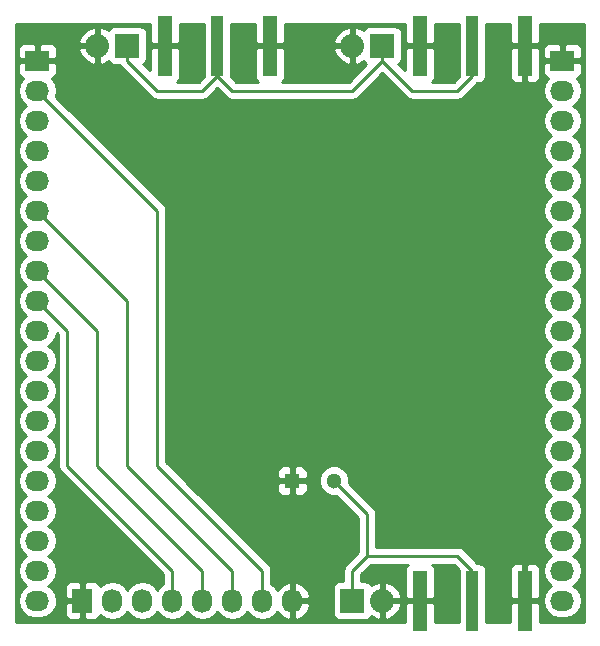
<source format=gbr>
G04 #@! TF.FileFunction,Copper,L1,Top,Signal*
%FSLAX46Y46*%
G04 Gerber Fmt 4.6, Leading zero omitted, Abs format (unit mm)*
G04 Created by KiCad (PCBNEW 4.0.3+e1-6302~38~ubuntu16.04.1-stable) date Fri Aug 26 17:17:46 2016*
%MOMM*%
%LPD*%
G01*
G04 APERTURE LIST*
%ADD10C,0.100000*%
%ADD11R,2.032000X1.727200*%
%ADD12O,2.032000X1.727200*%
%ADD13R,2.032000X2.032000*%
%ADD14O,2.032000X2.032000*%
%ADD15R,1.727200X2.032000*%
%ADD16O,1.727200X2.032000*%
%ADD17R,1.270000X5.080000*%
%ADD18R,1.016000X5.080000*%
%ADD19C,1.300000*%
%ADD20R,1.300000X1.300000*%
%ADD21C,0.250000*%
%ADD22C,0.254000*%
G04 APERTURE END LIST*
D10*
D11*
X60960000Y-88900000D03*
D12*
X60960000Y-91440000D03*
X60960000Y-93980000D03*
X60960000Y-96520000D03*
X60960000Y-99060000D03*
X60960000Y-101600000D03*
X60960000Y-104140000D03*
X60960000Y-106680000D03*
X60960000Y-109220000D03*
X60960000Y-111760000D03*
X60960000Y-114300000D03*
X60960000Y-116840000D03*
X60960000Y-119380000D03*
X60960000Y-121920000D03*
X60960000Y-124460000D03*
X60960000Y-127000000D03*
X60960000Y-129540000D03*
X60960000Y-132080000D03*
X60960000Y-134620000D03*
D13*
X87630000Y-134620000D03*
D14*
X90170000Y-134620000D03*
D15*
X64770000Y-134620000D03*
D16*
X67310000Y-134620000D03*
X69850000Y-134620000D03*
X72390000Y-134620000D03*
X74930000Y-134620000D03*
X77470000Y-134620000D03*
X80010000Y-134620000D03*
X82550000Y-134620000D03*
D17*
X93345000Y-134620000D03*
X102235000Y-134620000D03*
D18*
X97790000Y-134620000D03*
D13*
X68580000Y-87630000D03*
D14*
X66040000Y-87630000D03*
D13*
X90170000Y-87630000D03*
D14*
X87630000Y-87630000D03*
D17*
X102235000Y-87630000D03*
X93345000Y-87630000D03*
D18*
X97790000Y-87630000D03*
D17*
X80645000Y-87630000D03*
X71755000Y-87630000D03*
D18*
X76200000Y-87630000D03*
D11*
X105410000Y-88900000D03*
D12*
X105410000Y-91440000D03*
X105410000Y-93980000D03*
X105410000Y-96520000D03*
X105410000Y-99060000D03*
X105410000Y-101600000D03*
X105410000Y-104140000D03*
X105410000Y-106680000D03*
X105410000Y-109220000D03*
X105410000Y-111760000D03*
X105410000Y-114300000D03*
X105410000Y-116840000D03*
X105410000Y-119380000D03*
X105410000Y-121920000D03*
X105410000Y-124460000D03*
X105410000Y-127000000D03*
X105410000Y-129540000D03*
X105410000Y-132080000D03*
X105410000Y-134620000D03*
D19*
X86050000Y-124460000D03*
D20*
X82550000Y-124460000D03*
D21*
X60960000Y-91440000D02*
X71120000Y-101600000D01*
X71120000Y-101600000D02*
X71120000Y-123190000D01*
X71120000Y-123190000D02*
X80010000Y-132080000D01*
X60960000Y-101600000D02*
X68580000Y-109220000D01*
X68580000Y-109220000D02*
X68580000Y-123190000D01*
X68580000Y-123190000D02*
X77470000Y-132080000D01*
X60960000Y-106680000D02*
X64770000Y-110490000D01*
X64770000Y-110490000D02*
X66040000Y-111760000D01*
X72390000Y-132080000D02*
X72390000Y-134620000D01*
X63500000Y-123190000D02*
X72390000Y-132080000D01*
X66040000Y-111760000D02*
X66040000Y-123190000D01*
X63500000Y-111760000D02*
X63500000Y-123190000D01*
X74930000Y-132080000D02*
X74930000Y-134620000D01*
X66040000Y-123190000D02*
X74930000Y-132080000D01*
X60960000Y-109220000D02*
X63500000Y-111760000D01*
X88900000Y-130810000D02*
X88900000Y-127310000D01*
X88900000Y-127310000D02*
X86050000Y-124460000D01*
X77470000Y-132080000D02*
X77470000Y-134620000D01*
X87630000Y-134620000D02*
X87630000Y-132080000D01*
X96520000Y-130810000D02*
X97790000Y-132080000D01*
X88900000Y-130810000D02*
X96520000Y-130810000D01*
X87630000Y-132080000D02*
X88900000Y-130810000D01*
X97790000Y-132080000D02*
X97790000Y-134620000D01*
X80010000Y-132080000D02*
X80010000Y-134620000D01*
X96520000Y-91440000D02*
X97790000Y-90170000D01*
X92710000Y-91440000D02*
X96520000Y-91440000D01*
X76200000Y-90170000D02*
X77470000Y-91440000D01*
X77470000Y-91440000D02*
X87630000Y-91440000D01*
X71120000Y-91440000D02*
X74930000Y-91440000D01*
X74930000Y-91440000D02*
X76200000Y-90170000D01*
X90170000Y-87630000D02*
X90170000Y-88900000D01*
X90170000Y-88900000D02*
X92710000Y-91440000D01*
X97790000Y-90170000D02*
X97790000Y-87630000D01*
X76200000Y-87630000D02*
X76200000Y-90170000D01*
X87630000Y-91440000D02*
X90170000Y-88900000D01*
X68580000Y-87630000D02*
X68580000Y-88900000D01*
X68580000Y-88900000D02*
X71120000Y-91440000D01*
D22*
G36*
X70485000Y-87344250D02*
X70643750Y-87503000D01*
X71628000Y-87503000D01*
X71628000Y-87483000D01*
X71882000Y-87483000D01*
X71882000Y-87503000D01*
X72866250Y-87503000D01*
X73025000Y-87344250D01*
X73025000Y-85800000D01*
X75044560Y-85800000D01*
X75044560Y-90170000D01*
X75057330Y-90237868D01*
X74615198Y-90680000D01*
X72778025Y-90680000D01*
X72928327Y-90529699D01*
X73025000Y-90296310D01*
X73025000Y-87915750D01*
X72866250Y-87757000D01*
X71882000Y-87757000D01*
X71882000Y-87777000D01*
X71628000Y-87777000D01*
X71628000Y-87757000D01*
X70643750Y-87757000D01*
X70485000Y-87915750D01*
X70485000Y-89730198D01*
X69936366Y-89181564D01*
X70047441Y-89110090D01*
X70192431Y-88897890D01*
X70243440Y-88646000D01*
X70243440Y-86614000D01*
X70199162Y-86378683D01*
X70060090Y-86162559D01*
X69847890Y-86017569D01*
X69596000Y-85966560D01*
X67564000Y-85966560D01*
X67328683Y-86010838D01*
X67112559Y-86149910D01*
X67012144Y-86296872D01*
X67008379Y-86292812D01*
X66422946Y-86024017D01*
X66167000Y-86142633D01*
X66167000Y-87503000D01*
X66187000Y-87503000D01*
X66187000Y-87757000D01*
X66167000Y-87757000D01*
X66167000Y-89117367D01*
X66422946Y-89235983D01*
X67008379Y-88967188D01*
X67012934Y-88962276D01*
X67099910Y-89097441D01*
X67312110Y-89242431D01*
X67564000Y-89293440D01*
X67946408Y-89293440D01*
X68042599Y-89437401D01*
X70582599Y-91977401D01*
X70829160Y-92142148D01*
X70877414Y-92151746D01*
X71120000Y-92200000D01*
X74930000Y-92200000D01*
X75220839Y-92142148D01*
X75467401Y-91977401D01*
X76200000Y-91244802D01*
X76932599Y-91977401D01*
X77179160Y-92142148D01*
X77470000Y-92200000D01*
X87630000Y-92200000D01*
X87920839Y-92142148D01*
X88167401Y-91977401D01*
X90170000Y-89974802D01*
X92172599Y-91977401D01*
X92419160Y-92142148D01*
X92467414Y-92151746D01*
X92710000Y-92200000D01*
X96520000Y-92200000D01*
X96810839Y-92142148D01*
X97057401Y-91977401D01*
X97594802Y-91440000D01*
X103726655Y-91440000D01*
X103840729Y-92013489D01*
X104165585Y-92499670D01*
X104480366Y-92710000D01*
X104165585Y-92920330D01*
X103840729Y-93406511D01*
X103726655Y-93980000D01*
X103840729Y-94553489D01*
X104165585Y-95039670D01*
X104480366Y-95250000D01*
X104165585Y-95460330D01*
X103840729Y-95946511D01*
X103726655Y-96520000D01*
X103840729Y-97093489D01*
X104165585Y-97579670D01*
X104480366Y-97790000D01*
X104165585Y-98000330D01*
X103840729Y-98486511D01*
X103726655Y-99060000D01*
X103840729Y-99633489D01*
X104165585Y-100119670D01*
X104480366Y-100330000D01*
X104165585Y-100540330D01*
X103840729Y-101026511D01*
X103726655Y-101600000D01*
X103840729Y-102173489D01*
X104165585Y-102659670D01*
X104480366Y-102870000D01*
X104165585Y-103080330D01*
X103840729Y-103566511D01*
X103726655Y-104140000D01*
X103840729Y-104713489D01*
X104165585Y-105199670D01*
X104480366Y-105410000D01*
X104165585Y-105620330D01*
X103840729Y-106106511D01*
X103726655Y-106680000D01*
X103840729Y-107253489D01*
X104165585Y-107739670D01*
X104480366Y-107950000D01*
X104165585Y-108160330D01*
X103840729Y-108646511D01*
X103726655Y-109220000D01*
X103840729Y-109793489D01*
X104165585Y-110279670D01*
X104480366Y-110490000D01*
X104165585Y-110700330D01*
X103840729Y-111186511D01*
X103726655Y-111760000D01*
X103840729Y-112333489D01*
X104165585Y-112819670D01*
X104480366Y-113030000D01*
X104165585Y-113240330D01*
X103840729Y-113726511D01*
X103726655Y-114300000D01*
X103840729Y-114873489D01*
X104165585Y-115359670D01*
X104480366Y-115570000D01*
X104165585Y-115780330D01*
X103840729Y-116266511D01*
X103726655Y-116840000D01*
X103840729Y-117413489D01*
X104165585Y-117899670D01*
X104480366Y-118110000D01*
X104165585Y-118320330D01*
X103840729Y-118806511D01*
X103726655Y-119380000D01*
X103840729Y-119953489D01*
X104165585Y-120439670D01*
X104480366Y-120650000D01*
X104165585Y-120860330D01*
X103840729Y-121346511D01*
X103726655Y-121920000D01*
X103840729Y-122493489D01*
X104165585Y-122979670D01*
X104480366Y-123190000D01*
X104165585Y-123400330D01*
X103840729Y-123886511D01*
X103726655Y-124460000D01*
X103840729Y-125033489D01*
X104165585Y-125519670D01*
X104480366Y-125730000D01*
X104165585Y-125940330D01*
X103840729Y-126426511D01*
X103726655Y-127000000D01*
X103840729Y-127573489D01*
X104165585Y-128059670D01*
X104480366Y-128270000D01*
X104165585Y-128480330D01*
X103840729Y-128966511D01*
X103726655Y-129540000D01*
X103840729Y-130113489D01*
X104165585Y-130599670D01*
X104480366Y-130810000D01*
X104165585Y-131020330D01*
X103840729Y-131506511D01*
X103726655Y-132080000D01*
X103840729Y-132653489D01*
X104165585Y-133139670D01*
X104480366Y-133350000D01*
X104165585Y-133560330D01*
X103840729Y-134046511D01*
X103726655Y-134620000D01*
X103840729Y-135193489D01*
X104165585Y-135679670D01*
X104651766Y-136004526D01*
X105225255Y-136118600D01*
X105594745Y-136118600D01*
X106168234Y-136004526D01*
X106654415Y-135679670D01*
X106979271Y-135193489D01*
X107093345Y-134620000D01*
X106979271Y-134046511D01*
X106654415Y-133560330D01*
X106339634Y-133350000D01*
X106654415Y-133139670D01*
X106979271Y-132653489D01*
X107093345Y-132080000D01*
X106979271Y-131506511D01*
X106654415Y-131020330D01*
X106339634Y-130810000D01*
X106654415Y-130599670D01*
X106979271Y-130113489D01*
X107093345Y-129540000D01*
X106979271Y-128966511D01*
X106654415Y-128480330D01*
X106339634Y-128270000D01*
X106654415Y-128059670D01*
X106979271Y-127573489D01*
X107093345Y-127000000D01*
X106979271Y-126426511D01*
X106654415Y-125940330D01*
X106339634Y-125730000D01*
X106654415Y-125519670D01*
X106979271Y-125033489D01*
X107093345Y-124460000D01*
X106979271Y-123886511D01*
X106654415Y-123400330D01*
X106339634Y-123190000D01*
X106654415Y-122979670D01*
X106979271Y-122493489D01*
X107093345Y-121920000D01*
X106979271Y-121346511D01*
X106654415Y-120860330D01*
X106339634Y-120650000D01*
X106654415Y-120439670D01*
X106979271Y-119953489D01*
X107093345Y-119380000D01*
X106979271Y-118806511D01*
X106654415Y-118320330D01*
X106339634Y-118110000D01*
X106654415Y-117899670D01*
X106979271Y-117413489D01*
X107093345Y-116840000D01*
X106979271Y-116266511D01*
X106654415Y-115780330D01*
X106339634Y-115570000D01*
X106654415Y-115359670D01*
X106979271Y-114873489D01*
X107093345Y-114300000D01*
X106979271Y-113726511D01*
X106654415Y-113240330D01*
X106339634Y-113030000D01*
X106654415Y-112819670D01*
X106979271Y-112333489D01*
X107093345Y-111760000D01*
X106979271Y-111186511D01*
X106654415Y-110700330D01*
X106339634Y-110490000D01*
X106654415Y-110279670D01*
X106979271Y-109793489D01*
X107093345Y-109220000D01*
X106979271Y-108646511D01*
X106654415Y-108160330D01*
X106339634Y-107950000D01*
X106654415Y-107739670D01*
X106979271Y-107253489D01*
X107093345Y-106680000D01*
X106979271Y-106106511D01*
X106654415Y-105620330D01*
X106339634Y-105410000D01*
X106654415Y-105199670D01*
X106979271Y-104713489D01*
X107093345Y-104140000D01*
X106979271Y-103566511D01*
X106654415Y-103080330D01*
X106339634Y-102870000D01*
X106654415Y-102659670D01*
X106979271Y-102173489D01*
X107093345Y-101600000D01*
X106979271Y-101026511D01*
X106654415Y-100540330D01*
X106339634Y-100330000D01*
X106654415Y-100119670D01*
X106979271Y-99633489D01*
X107093345Y-99060000D01*
X106979271Y-98486511D01*
X106654415Y-98000330D01*
X106339634Y-97790000D01*
X106654415Y-97579670D01*
X106979271Y-97093489D01*
X107093345Y-96520000D01*
X106979271Y-95946511D01*
X106654415Y-95460330D01*
X106339634Y-95250000D01*
X106654415Y-95039670D01*
X106979271Y-94553489D01*
X107093345Y-93980000D01*
X106979271Y-93406511D01*
X106654415Y-92920330D01*
X106339634Y-92710000D01*
X106654415Y-92499670D01*
X106979271Y-92013489D01*
X107093345Y-91440000D01*
X106979271Y-90866511D01*
X106654415Y-90380330D01*
X106632220Y-90365500D01*
X106785699Y-90301927D01*
X106964327Y-90123298D01*
X107061000Y-89889909D01*
X107061000Y-89185750D01*
X106902250Y-89027000D01*
X105537000Y-89027000D01*
X105537000Y-89047000D01*
X105283000Y-89047000D01*
X105283000Y-89027000D01*
X103917750Y-89027000D01*
X103759000Y-89185750D01*
X103759000Y-89889909D01*
X103855673Y-90123298D01*
X104034301Y-90301927D01*
X104187780Y-90365500D01*
X104165585Y-90380330D01*
X103840729Y-90866511D01*
X103726655Y-91440000D01*
X97594802Y-91440000D01*
X98217362Y-90817440D01*
X98298000Y-90817440D01*
X98533317Y-90773162D01*
X98749441Y-90634090D01*
X98894431Y-90421890D01*
X98945440Y-90170000D01*
X98945440Y-87915750D01*
X100965000Y-87915750D01*
X100965000Y-90296310D01*
X101061673Y-90529699D01*
X101240302Y-90708327D01*
X101473691Y-90805000D01*
X101949250Y-90805000D01*
X102108000Y-90646250D01*
X102108000Y-87757000D01*
X102362000Y-87757000D01*
X102362000Y-90646250D01*
X102520750Y-90805000D01*
X102996309Y-90805000D01*
X103229698Y-90708327D01*
X103408327Y-90529699D01*
X103505000Y-90296310D01*
X103505000Y-87915750D01*
X103499341Y-87910091D01*
X103759000Y-87910091D01*
X103759000Y-88614250D01*
X103917750Y-88773000D01*
X105283000Y-88773000D01*
X105283000Y-87560150D01*
X105537000Y-87560150D01*
X105537000Y-88773000D01*
X106902250Y-88773000D01*
X107061000Y-88614250D01*
X107061000Y-87910091D01*
X106964327Y-87676702D01*
X106785699Y-87498073D01*
X106552310Y-87401400D01*
X105695750Y-87401400D01*
X105537000Y-87560150D01*
X105283000Y-87560150D01*
X105124250Y-87401400D01*
X104267690Y-87401400D01*
X104034301Y-87498073D01*
X103855673Y-87676702D01*
X103759000Y-87910091D01*
X103499341Y-87910091D01*
X103346250Y-87757000D01*
X102362000Y-87757000D01*
X102108000Y-87757000D01*
X101123750Y-87757000D01*
X100965000Y-87915750D01*
X98945440Y-87915750D01*
X98945440Y-85800000D01*
X100965000Y-85800000D01*
X100965000Y-87344250D01*
X101123750Y-87503000D01*
X102108000Y-87503000D01*
X102108000Y-87483000D01*
X102362000Y-87483000D01*
X102362000Y-87503000D01*
X103346250Y-87503000D01*
X103505000Y-87344250D01*
X103505000Y-85800000D01*
X107240000Y-85800000D01*
X107240000Y-136450000D01*
X103505000Y-136450000D01*
X103505000Y-134905750D01*
X103346250Y-134747000D01*
X102362000Y-134747000D01*
X102362000Y-134767000D01*
X102108000Y-134767000D01*
X102108000Y-134747000D01*
X101123750Y-134747000D01*
X100965000Y-134905750D01*
X100965000Y-136450000D01*
X98945440Y-136450000D01*
X98945440Y-132080000D01*
X98921674Y-131953690D01*
X100965000Y-131953690D01*
X100965000Y-134334250D01*
X101123750Y-134493000D01*
X102108000Y-134493000D01*
X102108000Y-131603750D01*
X102362000Y-131603750D01*
X102362000Y-134493000D01*
X103346250Y-134493000D01*
X103505000Y-134334250D01*
X103505000Y-131953690D01*
X103408327Y-131720301D01*
X103229698Y-131541673D01*
X102996309Y-131445000D01*
X102520750Y-131445000D01*
X102362000Y-131603750D01*
X102108000Y-131603750D01*
X101949250Y-131445000D01*
X101473691Y-131445000D01*
X101240302Y-131541673D01*
X101061673Y-131720301D01*
X100965000Y-131953690D01*
X98921674Y-131953690D01*
X98901162Y-131844683D01*
X98762090Y-131628559D01*
X98549890Y-131483569D01*
X98298000Y-131432560D01*
X98217362Y-131432560D01*
X97057401Y-130272599D01*
X96810839Y-130107852D01*
X96520000Y-130050000D01*
X89660000Y-130050000D01*
X89660000Y-127310000D01*
X89602148Y-127019161D01*
X89437401Y-126772599D01*
X87334818Y-124670016D01*
X87335223Y-124205519D01*
X87140005Y-123733057D01*
X86778845Y-123371265D01*
X86306724Y-123175223D01*
X85795519Y-123174777D01*
X85323057Y-123369995D01*
X84961265Y-123731155D01*
X84765223Y-124203276D01*
X84764777Y-124714481D01*
X84959995Y-125186943D01*
X85321155Y-125548735D01*
X85793276Y-125744777D01*
X86260383Y-125745185D01*
X88140000Y-127624802D01*
X88140000Y-130495198D01*
X87092599Y-131542599D01*
X86927852Y-131789161D01*
X86870000Y-132080000D01*
X86870000Y-132956560D01*
X86614000Y-132956560D01*
X86378683Y-133000838D01*
X86162559Y-133139910D01*
X86017569Y-133352110D01*
X85966560Y-133604000D01*
X85966560Y-135636000D01*
X86010838Y-135871317D01*
X86149910Y-136087441D01*
X86362110Y-136232431D01*
X86614000Y-136283440D01*
X88646000Y-136283440D01*
X88881317Y-136239162D01*
X89097441Y-136100090D01*
X89197856Y-135953128D01*
X89201621Y-135957188D01*
X89787054Y-136225983D01*
X90043000Y-136107367D01*
X90043000Y-134747000D01*
X90297000Y-134747000D01*
X90297000Y-136107367D01*
X90552946Y-136225983D01*
X91138379Y-135957188D01*
X91576385Y-135484818D01*
X91775975Y-135002944D01*
X91656836Y-134747000D01*
X90297000Y-134747000D01*
X90043000Y-134747000D01*
X90023000Y-134747000D01*
X90023000Y-134493000D01*
X90043000Y-134493000D01*
X90043000Y-133132633D01*
X90297000Y-133132633D01*
X90297000Y-134493000D01*
X91656836Y-134493000D01*
X91775975Y-134237056D01*
X91576385Y-133755182D01*
X91138379Y-133282812D01*
X90552946Y-133014017D01*
X90297000Y-133132633D01*
X90043000Y-133132633D01*
X89787054Y-133014017D01*
X89201621Y-133282812D01*
X89197066Y-133287724D01*
X89110090Y-133152559D01*
X88897890Y-133007569D01*
X88646000Y-132956560D01*
X88390000Y-132956560D01*
X88390000Y-132394802D01*
X89214802Y-131570000D01*
X92321975Y-131570000D01*
X92171673Y-131720301D01*
X92075000Y-131953690D01*
X92075000Y-134334250D01*
X92233750Y-134493000D01*
X93218000Y-134493000D01*
X93218000Y-134473000D01*
X93472000Y-134473000D01*
X93472000Y-134493000D01*
X94456250Y-134493000D01*
X94615000Y-134334250D01*
X94615000Y-131953690D01*
X94518327Y-131720301D01*
X94368025Y-131570000D01*
X96205198Y-131570000D01*
X96648140Y-132012942D01*
X96634560Y-132080000D01*
X96634560Y-136450000D01*
X94615000Y-136450000D01*
X94615000Y-134905750D01*
X94456250Y-134747000D01*
X93472000Y-134747000D01*
X93472000Y-134767000D01*
X93218000Y-134767000D01*
X93218000Y-134747000D01*
X92233750Y-134747000D01*
X92075000Y-134905750D01*
X92075000Y-136450000D01*
X59130000Y-136450000D01*
X59130000Y-91440000D01*
X59276655Y-91440000D01*
X59390729Y-92013489D01*
X59715585Y-92499670D01*
X60030366Y-92710000D01*
X59715585Y-92920330D01*
X59390729Y-93406511D01*
X59276655Y-93980000D01*
X59390729Y-94553489D01*
X59715585Y-95039670D01*
X60030366Y-95250000D01*
X59715585Y-95460330D01*
X59390729Y-95946511D01*
X59276655Y-96520000D01*
X59390729Y-97093489D01*
X59715585Y-97579670D01*
X60030366Y-97790000D01*
X59715585Y-98000330D01*
X59390729Y-98486511D01*
X59276655Y-99060000D01*
X59390729Y-99633489D01*
X59715585Y-100119670D01*
X60030366Y-100330000D01*
X59715585Y-100540330D01*
X59390729Y-101026511D01*
X59276655Y-101600000D01*
X59390729Y-102173489D01*
X59715585Y-102659670D01*
X60030366Y-102870000D01*
X59715585Y-103080330D01*
X59390729Y-103566511D01*
X59276655Y-104140000D01*
X59390729Y-104713489D01*
X59715585Y-105199670D01*
X60030366Y-105410000D01*
X59715585Y-105620330D01*
X59390729Y-106106511D01*
X59276655Y-106680000D01*
X59390729Y-107253489D01*
X59715585Y-107739670D01*
X60030366Y-107950000D01*
X59715585Y-108160330D01*
X59390729Y-108646511D01*
X59276655Y-109220000D01*
X59390729Y-109793489D01*
X59715585Y-110279670D01*
X60030366Y-110490000D01*
X59715585Y-110700330D01*
X59390729Y-111186511D01*
X59276655Y-111760000D01*
X59390729Y-112333489D01*
X59715585Y-112819670D01*
X60030366Y-113030000D01*
X59715585Y-113240330D01*
X59390729Y-113726511D01*
X59276655Y-114300000D01*
X59390729Y-114873489D01*
X59715585Y-115359670D01*
X60030366Y-115570000D01*
X59715585Y-115780330D01*
X59390729Y-116266511D01*
X59276655Y-116840000D01*
X59390729Y-117413489D01*
X59715585Y-117899670D01*
X60030366Y-118110000D01*
X59715585Y-118320330D01*
X59390729Y-118806511D01*
X59276655Y-119380000D01*
X59390729Y-119953489D01*
X59715585Y-120439670D01*
X60030366Y-120650000D01*
X59715585Y-120860330D01*
X59390729Y-121346511D01*
X59276655Y-121920000D01*
X59390729Y-122493489D01*
X59715585Y-122979670D01*
X60030366Y-123190000D01*
X59715585Y-123400330D01*
X59390729Y-123886511D01*
X59276655Y-124460000D01*
X59390729Y-125033489D01*
X59715585Y-125519670D01*
X60030366Y-125730000D01*
X59715585Y-125940330D01*
X59390729Y-126426511D01*
X59276655Y-127000000D01*
X59390729Y-127573489D01*
X59715585Y-128059670D01*
X60030366Y-128270000D01*
X59715585Y-128480330D01*
X59390729Y-128966511D01*
X59276655Y-129540000D01*
X59390729Y-130113489D01*
X59715585Y-130599670D01*
X60030366Y-130810000D01*
X59715585Y-131020330D01*
X59390729Y-131506511D01*
X59276655Y-132080000D01*
X59390729Y-132653489D01*
X59715585Y-133139670D01*
X60030366Y-133350000D01*
X59715585Y-133560330D01*
X59390729Y-134046511D01*
X59276655Y-134620000D01*
X59390729Y-135193489D01*
X59715585Y-135679670D01*
X60201766Y-136004526D01*
X60775255Y-136118600D01*
X61144745Y-136118600D01*
X61718234Y-136004526D01*
X62204415Y-135679670D01*
X62529271Y-135193489D01*
X62586505Y-134905750D01*
X63271400Y-134905750D01*
X63271400Y-135762310D01*
X63368073Y-135995699D01*
X63546702Y-136174327D01*
X63780091Y-136271000D01*
X64484250Y-136271000D01*
X64643000Y-136112250D01*
X64643000Y-134747000D01*
X63430150Y-134747000D01*
X63271400Y-134905750D01*
X62586505Y-134905750D01*
X62643345Y-134620000D01*
X62529271Y-134046511D01*
X62204415Y-133560330D01*
X62080736Y-133477690D01*
X63271400Y-133477690D01*
X63271400Y-134334250D01*
X63430150Y-134493000D01*
X64643000Y-134493000D01*
X64643000Y-133127750D01*
X64484250Y-132969000D01*
X63780091Y-132969000D01*
X63546702Y-133065673D01*
X63368073Y-133244301D01*
X63271400Y-133477690D01*
X62080736Y-133477690D01*
X61889634Y-133350000D01*
X62204415Y-133139670D01*
X62529271Y-132653489D01*
X62643345Y-132080000D01*
X62529271Y-131506511D01*
X62204415Y-131020330D01*
X61889634Y-130810000D01*
X62204415Y-130599670D01*
X62529271Y-130113489D01*
X62643345Y-129540000D01*
X62529271Y-128966511D01*
X62204415Y-128480330D01*
X61889634Y-128270000D01*
X62204415Y-128059670D01*
X62529271Y-127573489D01*
X62643345Y-127000000D01*
X62529271Y-126426511D01*
X62204415Y-125940330D01*
X61889634Y-125730000D01*
X62204415Y-125519670D01*
X62529271Y-125033489D01*
X62643345Y-124460000D01*
X62529271Y-123886511D01*
X62204415Y-123400330D01*
X61889634Y-123190000D01*
X62204415Y-122979670D01*
X62529271Y-122493489D01*
X62643345Y-121920000D01*
X62529271Y-121346511D01*
X62204415Y-120860330D01*
X61889634Y-120650000D01*
X62204415Y-120439670D01*
X62529271Y-119953489D01*
X62643345Y-119380000D01*
X62529271Y-118806511D01*
X62204415Y-118320330D01*
X61889634Y-118110000D01*
X62204415Y-117899670D01*
X62529271Y-117413489D01*
X62643345Y-116840000D01*
X62529271Y-116266511D01*
X62204415Y-115780330D01*
X61889634Y-115570000D01*
X62204415Y-115359670D01*
X62529271Y-114873489D01*
X62643345Y-114300000D01*
X62529271Y-113726511D01*
X62204415Y-113240330D01*
X61889634Y-113030000D01*
X62204415Y-112819670D01*
X62529271Y-112333489D01*
X62607152Y-111941954D01*
X62740000Y-112074802D01*
X62740000Y-123190000D01*
X62797852Y-123480839D01*
X62962599Y-123727401D01*
X71630000Y-132394802D01*
X71630000Y-133175352D01*
X71330330Y-133375585D01*
X71120000Y-133690366D01*
X70909670Y-133375585D01*
X70423489Y-133050729D01*
X69850000Y-132936655D01*
X69276511Y-133050729D01*
X68790330Y-133375585D01*
X68580000Y-133690366D01*
X68369670Y-133375585D01*
X67883489Y-133050729D01*
X67310000Y-132936655D01*
X66736511Y-133050729D01*
X66250330Y-133375585D01*
X66235500Y-133397780D01*
X66171927Y-133244301D01*
X65993298Y-133065673D01*
X65759909Y-132969000D01*
X65055750Y-132969000D01*
X64897000Y-133127750D01*
X64897000Y-134493000D01*
X64917000Y-134493000D01*
X64917000Y-134747000D01*
X64897000Y-134747000D01*
X64897000Y-136112250D01*
X65055750Y-136271000D01*
X65759909Y-136271000D01*
X65993298Y-136174327D01*
X66171927Y-135995699D01*
X66235500Y-135842220D01*
X66250330Y-135864415D01*
X66736511Y-136189271D01*
X67310000Y-136303345D01*
X67883489Y-136189271D01*
X68369670Y-135864415D01*
X68580000Y-135549634D01*
X68790330Y-135864415D01*
X69276511Y-136189271D01*
X69850000Y-136303345D01*
X70423489Y-136189271D01*
X70909670Y-135864415D01*
X71120000Y-135549634D01*
X71330330Y-135864415D01*
X71816511Y-136189271D01*
X72390000Y-136303345D01*
X72963489Y-136189271D01*
X73449670Y-135864415D01*
X73660000Y-135549634D01*
X73870330Y-135864415D01*
X74356511Y-136189271D01*
X74930000Y-136303345D01*
X75503489Y-136189271D01*
X75989670Y-135864415D01*
X76200000Y-135549634D01*
X76410330Y-135864415D01*
X76896511Y-136189271D01*
X77470000Y-136303345D01*
X78043489Y-136189271D01*
X78529670Y-135864415D01*
X78740000Y-135549634D01*
X78950330Y-135864415D01*
X79436511Y-136189271D01*
X80010000Y-136303345D01*
X80583489Y-136189271D01*
X81069670Y-135864415D01*
X81276461Y-135554931D01*
X81647964Y-135970732D01*
X82175209Y-136224709D01*
X82190974Y-136227358D01*
X82423000Y-136106217D01*
X82423000Y-134747000D01*
X82677000Y-134747000D01*
X82677000Y-136106217D01*
X82909026Y-136227358D01*
X82924791Y-136224709D01*
X83452036Y-135970732D01*
X83841954Y-135534320D01*
X84035184Y-134981913D01*
X83890924Y-134747000D01*
X82677000Y-134747000D01*
X82423000Y-134747000D01*
X82403000Y-134747000D01*
X82403000Y-134493000D01*
X82423000Y-134493000D01*
X82423000Y-133133783D01*
X82677000Y-133133783D01*
X82677000Y-134493000D01*
X83890924Y-134493000D01*
X84035184Y-134258087D01*
X83841954Y-133705680D01*
X83452036Y-133269268D01*
X82924791Y-133015291D01*
X82909026Y-133012642D01*
X82677000Y-133133783D01*
X82423000Y-133133783D01*
X82190974Y-133012642D01*
X82175209Y-133015291D01*
X81647964Y-133269268D01*
X81276461Y-133685069D01*
X81069670Y-133375585D01*
X80770000Y-133175352D01*
X80770000Y-132080000D01*
X80712148Y-131789161D01*
X80547401Y-131542599D01*
X73750552Y-124745750D01*
X81265000Y-124745750D01*
X81265000Y-125236310D01*
X81361673Y-125469699D01*
X81540302Y-125648327D01*
X81773691Y-125745000D01*
X82264250Y-125745000D01*
X82423000Y-125586250D01*
X82423000Y-124587000D01*
X82677000Y-124587000D01*
X82677000Y-125586250D01*
X82835750Y-125745000D01*
X83326309Y-125745000D01*
X83559698Y-125648327D01*
X83738327Y-125469699D01*
X83835000Y-125236310D01*
X83835000Y-124745750D01*
X83676250Y-124587000D01*
X82677000Y-124587000D01*
X82423000Y-124587000D01*
X81423750Y-124587000D01*
X81265000Y-124745750D01*
X73750552Y-124745750D01*
X72688492Y-123683690D01*
X81265000Y-123683690D01*
X81265000Y-124174250D01*
X81423750Y-124333000D01*
X82423000Y-124333000D01*
X82423000Y-123333750D01*
X82677000Y-123333750D01*
X82677000Y-124333000D01*
X83676250Y-124333000D01*
X83835000Y-124174250D01*
X83835000Y-123683690D01*
X83738327Y-123450301D01*
X83559698Y-123271673D01*
X83326309Y-123175000D01*
X82835750Y-123175000D01*
X82677000Y-123333750D01*
X82423000Y-123333750D01*
X82264250Y-123175000D01*
X81773691Y-123175000D01*
X81540302Y-123271673D01*
X81361673Y-123450301D01*
X81265000Y-123683690D01*
X72688492Y-123683690D01*
X71880000Y-122875198D01*
X71880000Y-101600000D01*
X71822148Y-101309161D01*
X71657401Y-101062599D01*
X62542381Y-91947579D01*
X62643345Y-91440000D01*
X62529271Y-90866511D01*
X62204415Y-90380330D01*
X62182220Y-90365500D01*
X62335699Y-90301927D01*
X62514327Y-90123298D01*
X62611000Y-89889909D01*
X62611000Y-89185750D01*
X62452250Y-89027000D01*
X61087000Y-89027000D01*
X61087000Y-89047000D01*
X60833000Y-89047000D01*
X60833000Y-89027000D01*
X59467750Y-89027000D01*
X59309000Y-89185750D01*
X59309000Y-89889909D01*
X59405673Y-90123298D01*
X59584301Y-90301927D01*
X59737780Y-90365500D01*
X59715585Y-90380330D01*
X59390729Y-90866511D01*
X59276655Y-91440000D01*
X59130000Y-91440000D01*
X59130000Y-87910091D01*
X59309000Y-87910091D01*
X59309000Y-88614250D01*
X59467750Y-88773000D01*
X60833000Y-88773000D01*
X60833000Y-87560150D01*
X61087000Y-87560150D01*
X61087000Y-88773000D01*
X62452250Y-88773000D01*
X62611000Y-88614250D01*
X62611000Y-88012944D01*
X64434025Y-88012944D01*
X64633615Y-88494818D01*
X65071621Y-88967188D01*
X65657054Y-89235983D01*
X65913000Y-89117367D01*
X65913000Y-87757000D01*
X64553164Y-87757000D01*
X64434025Y-88012944D01*
X62611000Y-88012944D01*
X62611000Y-87910091D01*
X62514327Y-87676702D01*
X62335699Y-87498073D01*
X62102310Y-87401400D01*
X61245750Y-87401400D01*
X61087000Y-87560150D01*
X60833000Y-87560150D01*
X60674250Y-87401400D01*
X59817690Y-87401400D01*
X59584301Y-87498073D01*
X59405673Y-87676702D01*
X59309000Y-87910091D01*
X59130000Y-87910091D01*
X59130000Y-87247056D01*
X64434025Y-87247056D01*
X64553164Y-87503000D01*
X65913000Y-87503000D01*
X65913000Y-86142633D01*
X65657054Y-86024017D01*
X65071621Y-86292812D01*
X64633615Y-86765182D01*
X64434025Y-87247056D01*
X59130000Y-87247056D01*
X59130000Y-85800000D01*
X70485000Y-85800000D01*
X70485000Y-87344250D01*
X70485000Y-87344250D01*
G37*
X70485000Y-87344250D02*
X70643750Y-87503000D01*
X71628000Y-87503000D01*
X71628000Y-87483000D01*
X71882000Y-87483000D01*
X71882000Y-87503000D01*
X72866250Y-87503000D01*
X73025000Y-87344250D01*
X73025000Y-85800000D01*
X75044560Y-85800000D01*
X75044560Y-90170000D01*
X75057330Y-90237868D01*
X74615198Y-90680000D01*
X72778025Y-90680000D01*
X72928327Y-90529699D01*
X73025000Y-90296310D01*
X73025000Y-87915750D01*
X72866250Y-87757000D01*
X71882000Y-87757000D01*
X71882000Y-87777000D01*
X71628000Y-87777000D01*
X71628000Y-87757000D01*
X70643750Y-87757000D01*
X70485000Y-87915750D01*
X70485000Y-89730198D01*
X69936366Y-89181564D01*
X70047441Y-89110090D01*
X70192431Y-88897890D01*
X70243440Y-88646000D01*
X70243440Y-86614000D01*
X70199162Y-86378683D01*
X70060090Y-86162559D01*
X69847890Y-86017569D01*
X69596000Y-85966560D01*
X67564000Y-85966560D01*
X67328683Y-86010838D01*
X67112559Y-86149910D01*
X67012144Y-86296872D01*
X67008379Y-86292812D01*
X66422946Y-86024017D01*
X66167000Y-86142633D01*
X66167000Y-87503000D01*
X66187000Y-87503000D01*
X66187000Y-87757000D01*
X66167000Y-87757000D01*
X66167000Y-89117367D01*
X66422946Y-89235983D01*
X67008379Y-88967188D01*
X67012934Y-88962276D01*
X67099910Y-89097441D01*
X67312110Y-89242431D01*
X67564000Y-89293440D01*
X67946408Y-89293440D01*
X68042599Y-89437401D01*
X70582599Y-91977401D01*
X70829160Y-92142148D01*
X70877414Y-92151746D01*
X71120000Y-92200000D01*
X74930000Y-92200000D01*
X75220839Y-92142148D01*
X75467401Y-91977401D01*
X76200000Y-91244802D01*
X76932599Y-91977401D01*
X77179160Y-92142148D01*
X77470000Y-92200000D01*
X87630000Y-92200000D01*
X87920839Y-92142148D01*
X88167401Y-91977401D01*
X90170000Y-89974802D01*
X92172599Y-91977401D01*
X92419160Y-92142148D01*
X92467414Y-92151746D01*
X92710000Y-92200000D01*
X96520000Y-92200000D01*
X96810839Y-92142148D01*
X97057401Y-91977401D01*
X97594802Y-91440000D01*
X103726655Y-91440000D01*
X103840729Y-92013489D01*
X104165585Y-92499670D01*
X104480366Y-92710000D01*
X104165585Y-92920330D01*
X103840729Y-93406511D01*
X103726655Y-93980000D01*
X103840729Y-94553489D01*
X104165585Y-95039670D01*
X104480366Y-95250000D01*
X104165585Y-95460330D01*
X103840729Y-95946511D01*
X103726655Y-96520000D01*
X103840729Y-97093489D01*
X104165585Y-97579670D01*
X104480366Y-97790000D01*
X104165585Y-98000330D01*
X103840729Y-98486511D01*
X103726655Y-99060000D01*
X103840729Y-99633489D01*
X104165585Y-100119670D01*
X104480366Y-100330000D01*
X104165585Y-100540330D01*
X103840729Y-101026511D01*
X103726655Y-101600000D01*
X103840729Y-102173489D01*
X104165585Y-102659670D01*
X104480366Y-102870000D01*
X104165585Y-103080330D01*
X103840729Y-103566511D01*
X103726655Y-104140000D01*
X103840729Y-104713489D01*
X104165585Y-105199670D01*
X104480366Y-105410000D01*
X104165585Y-105620330D01*
X103840729Y-106106511D01*
X103726655Y-106680000D01*
X103840729Y-107253489D01*
X104165585Y-107739670D01*
X104480366Y-107950000D01*
X104165585Y-108160330D01*
X103840729Y-108646511D01*
X103726655Y-109220000D01*
X103840729Y-109793489D01*
X104165585Y-110279670D01*
X104480366Y-110490000D01*
X104165585Y-110700330D01*
X103840729Y-111186511D01*
X103726655Y-111760000D01*
X103840729Y-112333489D01*
X104165585Y-112819670D01*
X104480366Y-113030000D01*
X104165585Y-113240330D01*
X103840729Y-113726511D01*
X103726655Y-114300000D01*
X103840729Y-114873489D01*
X104165585Y-115359670D01*
X104480366Y-115570000D01*
X104165585Y-115780330D01*
X103840729Y-116266511D01*
X103726655Y-116840000D01*
X103840729Y-117413489D01*
X104165585Y-117899670D01*
X104480366Y-118110000D01*
X104165585Y-118320330D01*
X103840729Y-118806511D01*
X103726655Y-119380000D01*
X103840729Y-119953489D01*
X104165585Y-120439670D01*
X104480366Y-120650000D01*
X104165585Y-120860330D01*
X103840729Y-121346511D01*
X103726655Y-121920000D01*
X103840729Y-122493489D01*
X104165585Y-122979670D01*
X104480366Y-123190000D01*
X104165585Y-123400330D01*
X103840729Y-123886511D01*
X103726655Y-124460000D01*
X103840729Y-125033489D01*
X104165585Y-125519670D01*
X104480366Y-125730000D01*
X104165585Y-125940330D01*
X103840729Y-126426511D01*
X103726655Y-127000000D01*
X103840729Y-127573489D01*
X104165585Y-128059670D01*
X104480366Y-128270000D01*
X104165585Y-128480330D01*
X103840729Y-128966511D01*
X103726655Y-129540000D01*
X103840729Y-130113489D01*
X104165585Y-130599670D01*
X104480366Y-130810000D01*
X104165585Y-131020330D01*
X103840729Y-131506511D01*
X103726655Y-132080000D01*
X103840729Y-132653489D01*
X104165585Y-133139670D01*
X104480366Y-133350000D01*
X104165585Y-133560330D01*
X103840729Y-134046511D01*
X103726655Y-134620000D01*
X103840729Y-135193489D01*
X104165585Y-135679670D01*
X104651766Y-136004526D01*
X105225255Y-136118600D01*
X105594745Y-136118600D01*
X106168234Y-136004526D01*
X106654415Y-135679670D01*
X106979271Y-135193489D01*
X107093345Y-134620000D01*
X106979271Y-134046511D01*
X106654415Y-133560330D01*
X106339634Y-133350000D01*
X106654415Y-133139670D01*
X106979271Y-132653489D01*
X107093345Y-132080000D01*
X106979271Y-131506511D01*
X106654415Y-131020330D01*
X106339634Y-130810000D01*
X106654415Y-130599670D01*
X106979271Y-130113489D01*
X107093345Y-129540000D01*
X106979271Y-128966511D01*
X106654415Y-128480330D01*
X106339634Y-128270000D01*
X106654415Y-128059670D01*
X106979271Y-127573489D01*
X107093345Y-127000000D01*
X106979271Y-126426511D01*
X106654415Y-125940330D01*
X106339634Y-125730000D01*
X106654415Y-125519670D01*
X106979271Y-125033489D01*
X107093345Y-124460000D01*
X106979271Y-123886511D01*
X106654415Y-123400330D01*
X106339634Y-123190000D01*
X106654415Y-122979670D01*
X106979271Y-122493489D01*
X107093345Y-121920000D01*
X106979271Y-121346511D01*
X106654415Y-120860330D01*
X106339634Y-120650000D01*
X106654415Y-120439670D01*
X106979271Y-119953489D01*
X107093345Y-119380000D01*
X106979271Y-118806511D01*
X106654415Y-118320330D01*
X106339634Y-118110000D01*
X106654415Y-117899670D01*
X106979271Y-117413489D01*
X107093345Y-116840000D01*
X106979271Y-116266511D01*
X106654415Y-115780330D01*
X106339634Y-115570000D01*
X106654415Y-115359670D01*
X106979271Y-114873489D01*
X107093345Y-114300000D01*
X106979271Y-113726511D01*
X106654415Y-113240330D01*
X106339634Y-113030000D01*
X106654415Y-112819670D01*
X106979271Y-112333489D01*
X107093345Y-111760000D01*
X106979271Y-111186511D01*
X106654415Y-110700330D01*
X106339634Y-110490000D01*
X106654415Y-110279670D01*
X106979271Y-109793489D01*
X107093345Y-109220000D01*
X106979271Y-108646511D01*
X106654415Y-108160330D01*
X106339634Y-107950000D01*
X106654415Y-107739670D01*
X106979271Y-107253489D01*
X107093345Y-106680000D01*
X106979271Y-106106511D01*
X106654415Y-105620330D01*
X106339634Y-105410000D01*
X106654415Y-105199670D01*
X106979271Y-104713489D01*
X107093345Y-104140000D01*
X106979271Y-103566511D01*
X106654415Y-103080330D01*
X106339634Y-102870000D01*
X106654415Y-102659670D01*
X106979271Y-102173489D01*
X107093345Y-101600000D01*
X106979271Y-101026511D01*
X106654415Y-100540330D01*
X106339634Y-100330000D01*
X106654415Y-100119670D01*
X106979271Y-99633489D01*
X107093345Y-99060000D01*
X106979271Y-98486511D01*
X106654415Y-98000330D01*
X106339634Y-97790000D01*
X106654415Y-97579670D01*
X106979271Y-97093489D01*
X107093345Y-96520000D01*
X106979271Y-95946511D01*
X106654415Y-95460330D01*
X106339634Y-95250000D01*
X106654415Y-95039670D01*
X106979271Y-94553489D01*
X107093345Y-93980000D01*
X106979271Y-93406511D01*
X106654415Y-92920330D01*
X106339634Y-92710000D01*
X106654415Y-92499670D01*
X106979271Y-92013489D01*
X107093345Y-91440000D01*
X106979271Y-90866511D01*
X106654415Y-90380330D01*
X106632220Y-90365500D01*
X106785699Y-90301927D01*
X106964327Y-90123298D01*
X107061000Y-89889909D01*
X107061000Y-89185750D01*
X106902250Y-89027000D01*
X105537000Y-89027000D01*
X105537000Y-89047000D01*
X105283000Y-89047000D01*
X105283000Y-89027000D01*
X103917750Y-89027000D01*
X103759000Y-89185750D01*
X103759000Y-89889909D01*
X103855673Y-90123298D01*
X104034301Y-90301927D01*
X104187780Y-90365500D01*
X104165585Y-90380330D01*
X103840729Y-90866511D01*
X103726655Y-91440000D01*
X97594802Y-91440000D01*
X98217362Y-90817440D01*
X98298000Y-90817440D01*
X98533317Y-90773162D01*
X98749441Y-90634090D01*
X98894431Y-90421890D01*
X98945440Y-90170000D01*
X98945440Y-87915750D01*
X100965000Y-87915750D01*
X100965000Y-90296310D01*
X101061673Y-90529699D01*
X101240302Y-90708327D01*
X101473691Y-90805000D01*
X101949250Y-90805000D01*
X102108000Y-90646250D01*
X102108000Y-87757000D01*
X102362000Y-87757000D01*
X102362000Y-90646250D01*
X102520750Y-90805000D01*
X102996309Y-90805000D01*
X103229698Y-90708327D01*
X103408327Y-90529699D01*
X103505000Y-90296310D01*
X103505000Y-87915750D01*
X103499341Y-87910091D01*
X103759000Y-87910091D01*
X103759000Y-88614250D01*
X103917750Y-88773000D01*
X105283000Y-88773000D01*
X105283000Y-87560150D01*
X105537000Y-87560150D01*
X105537000Y-88773000D01*
X106902250Y-88773000D01*
X107061000Y-88614250D01*
X107061000Y-87910091D01*
X106964327Y-87676702D01*
X106785699Y-87498073D01*
X106552310Y-87401400D01*
X105695750Y-87401400D01*
X105537000Y-87560150D01*
X105283000Y-87560150D01*
X105124250Y-87401400D01*
X104267690Y-87401400D01*
X104034301Y-87498073D01*
X103855673Y-87676702D01*
X103759000Y-87910091D01*
X103499341Y-87910091D01*
X103346250Y-87757000D01*
X102362000Y-87757000D01*
X102108000Y-87757000D01*
X101123750Y-87757000D01*
X100965000Y-87915750D01*
X98945440Y-87915750D01*
X98945440Y-85800000D01*
X100965000Y-85800000D01*
X100965000Y-87344250D01*
X101123750Y-87503000D01*
X102108000Y-87503000D01*
X102108000Y-87483000D01*
X102362000Y-87483000D01*
X102362000Y-87503000D01*
X103346250Y-87503000D01*
X103505000Y-87344250D01*
X103505000Y-85800000D01*
X107240000Y-85800000D01*
X107240000Y-136450000D01*
X103505000Y-136450000D01*
X103505000Y-134905750D01*
X103346250Y-134747000D01*
X102362000Y-134747000D01*
X102362000Y-134767000D01*
X102108000Y-134767000D01*
X102108000Y-134747000D01*
X101123750Y-134747000D01*
X100965000Y-134905750D01*
X100965000Y-136450000D01*
X98945440Y-136450000D01*
X98945440Y-132080000D01*
X98921674Y-131953690D01*
X100965000Y-131953690D01*
X100965000Y-134334250D01*
X101123750Y-134493000D01*
X102108000Y-134493000D01*
X102108000Y-131603750D01*
X102362000Y-131603750D01*
X102362000Y-134493000D01*
X103346250Y-134493000D01*
X103505000Y-134334250D01*
X103505000Y-131953690D01*
X103408327Y-131720301D01*
X103229698Y-131541673D01*
X102996309Y-131445000D01*
X102520750Y-131445000D01*
X102362000Y-131603750D01*
X102108000Y-131603750D01*
X101949250Y-131445000D01*
X101473691Y-131445000D01*
X101240302Y-131541673D01*
X101061673Y-131720301D01*
X100965000Y-131953690D01*
X98921674Y-131953690D01*
X98901162Y-131844683D01*
X98762090Y-131628559D01*
X98549890Y-131483569D01*
X98298000Y-131432560D01*
X98217362Y-131432560D01*
X97057401Y-130272599D01*
X96810839Y-130107852D01*
X96520000Y-130050000D01*
X89660000Y-130050000D01*
X89660000Y-127310000D01*
X89602148Y-127019161D01*
X89437401Y-126772599D01*
X87334818Y-124670016D01*
X87335223Y-124205519D01*
X87140005Y-123733057D01*
X86778845Y-123371265D01*
X86306724Y-123175223D01*
X85795519Y-123174777D01*
X85323057Y-123369995D01*
X84961265Y-123731155D01*
X84765223Y-124203276D01*
X84764777Y-124714481D01*
X84959995Y-125186943D01*
X85321155Y-125548735D01*
X85793276Y-125744777D01*
X86260383Y-125745185D01*
X88140000Y-127624802D01*
X88140000Y-130495198D01*
X87092599Y-131542599D01*
X86927852Y-131789161D01*
X86870000Y-132080000D01*
X86870000Y-132956560D01*
X86614000Y-132956560D01*
X86378683Y-133000838D01*
X86162559Y-133139910D01*
X86017569Y-133352110D01*
X85966560Y-133604000D01*
X85966560Y-135636000D01*
X86010838Y-135871317D01*
X86149910Y-136087441D01*
X86362110Y-136232431D01*
X86614000Y-136283440D01*
X88646000Y-136283440D01*
X88881317Y-136239162D01*
X89097441Y-136100090D01*
X89197856Y-135953128D01*
X89201621Y-135957188D01*
X89787054Y-136225983D01*
X90043000Y-136107367D01*
X90043000Y-134747000D01*
X90297000Y-134747000D01*
X90297000Y-136107367D01*
X90552946Y-136225983D01*
X91138379Y-135957188D01*
X91576385Y-135484818D01*
X91775975Y-135002944D01*
X91656836Y-134747000D01*
X90297000Y-134747000D01*
X90043000Y-134747000D01*
X90023000Y-134747000D01*
X90023000Y-134493000D01*
X90043000Y-134493000D01*
X90043000Y-133132633D01*
X90297000Y-133132633D01*
X90297000Y-134493000D01*
X91656836Y-134493000D01*
X91775975Y-134237056D01*
X91576385Y-133755182D01*
X91138379Y-133282812D01*
X90552946Y-133014017D01*
X90297000Y-133132633D01*
X90043000Y-133132633D01*
X89787054Y-133014017D01*
X89201621Y-133282812D01*
X89197066Y-133287724D01*
X89110090Y-133152559D01*
X88897890Y-133007569D01*
X88646000Y-132956560D01*
X88390000Y-132956560D01*
X88390000Y-132394802D01*
X89214802Y-131570000D01*
X92321975Y-131570000D01*
X92171673Y-131720301D01*
X92075000Y-131953690D01*
X92075000Y-134334250D01*
X92233750Y-134493000D01*
X93218000Y-134493000D01*
X93218000Y-134473000D01*
X93472000Y-134473000D01*
X93472000Y-134493000D01*
X94456250Y-134493000D01*
X94615000Y-134334250D01*
X94615000Y-131953690D01*
X94518327Y-131720301D01*
X94368025Y-131570000D01*
X96205198Y-131570000D01*
X96648140Y-132012942D01*
X96634560Y-132080000D01*
X96634560Y-136450000D01*
X94615000Y-136450000D01*
X94615000Y-134905750D01*
X94456250Y-134747000D01*
X93472000Y-134747000D01*
X93472000Y-134767000D01*
X93218000Y-134767000D01*
X93218000Y-134747000D01*
X92233750Y-134747000D01*
X92075000Y-134905750D01*
X92075000Y-136450000D01*
X59130000Y-136450000D01*
X59130000Y-91440000D01*
X59276655Y-91440000D01*
X59390729Y-92013489D01*
X59715585Y-92499670D01*
X60030366Y-92710000D01*
X59715585Y-92920330D01*
X59390729Y-93406511D01*
X59276655Y-93980000D01*
X59390729Y-94553489D01*
X59715585Y-95039670D01*
X60030366Y-95250000D01*
X59715585Y-95460330D01*
X59390729Y-95946511D01*
X59276655Y-96520000D01*
X59390729Y-97093489D01*
X59715585Y-97579670D01*
X60030366Y-97790000D01*
X59715585Y-98000330D01*
X59390729Y-98486511D01*
X59276655Y-99060000D01*
X59390729Y-99633489D01*
X59715585Y-100119670D01*
X60030366Y-100330000D01*
X59715585Y-100540330D01*
X59390729Y-101026511D01*
X59276655Y-101600000D01*
X59390729Y-102173489D01*
X59715585Y-102659670D01*
X60030366Y-102870000D01*
X59715585Y-103080330D01*
X59390729Y-103566511D01*
X59276655Y-104140000D01*
X59390729Y-104713489D01*
X59715585Y-105199670D01*
X60030366Y-105410000D01*
X59715585Y-105620330D01*
X59390729Y-106106511D01*
X59276655Y-106680000D01*
X59390729Y-107253489D01*
X59715585Y-107739670D01*
X60030366Y-107950000D01*
X59715585Y-108160330D01*
X59390729Y-108646511D01*
X59276655Y-109220000D01*
X59390729Y-109793489D01*
X59715585Y-110279670D01*
X60030366Y-110490000D01*
X59715585Y-110700330D01*
X59390729Y-111186511D01*
X59276655Y-111760000D01*
X59390729Y-112333489D01*
X59715585Y-112819670D01*
X60030366Y-113030000D01*
X59715585Y-113240330D01*
X59390729Y-113726511D01*
X59276655Y-114300000D01*
X59390729Y-114873489D01*
X59715585Y-115359670D01*
X60030366Y-115570000D01*
X59715585Y-115780330D01*
X59390729Y-116266511D01*
X59276655Y-116840000D01*
X59390729Y-117413489D01*
X59715585Y-117899670D01*
X60030366Y-118110000D01*
X59715585Y-118320330D01*
X59390729Y-118806511D01*
X59276655Y-119380000D01*
X59390729Y-119953489D01*
X59715585Y-120439670D01*
X60030366Y-120650000D01*
X59715585Y-120860330D01*
X59390729Y-121346511D01*
X59276655Y-121920000D01*
X59390729Y-122493489D01*
X59715585Y-122979670D01*
X60030366Y-123190000D01*
X59715585Y-123400330D01*
X59390729Y-123886511D01*
X59276655Y-124460000D01*
X59390729Y-125033489D01*
X59715585Y-125519670D01*
X60030366Y-125730000D01*
X59715585Y-125940330D01*
X59390729Y-126426511D01*
X59276655Y-127000000D01*
X59390729Y-127573489D01*
X59715585Y-128059670D01*
X60030366Y-128270000D01*
X59715585Y-128480330D01*
X59390729Y-128966511D01*
X59276655Y-129540000D01*
X59390729Y-130113489D01*
X59715585Y-130599670D01*
X60030366Y-130810000D01*
X59715585Y-131020330D01*
X59390729Y-131506511D01*
X59276655Y-132080000D01*
X59390729Y-132653489D01*
X59715585Y-133139670D01*
X60030366Y-133350000D01*
X59715585Y-133560330D01*
X59390729Y-134046511D01*
X59276655Y-134620000D01*
X59390729Y-135193489D01*
X59715585Y-135679670D01*
X60201766Y-136004526D01*
X60775255Y-136118600D01*
X61144745Y-136118600D01*
X61718234Y-136004526D01*
X62204415Y-135679670D01*
X62529271Y-135193489D01*
X62586505Y-134905750D01*
X63271400Y-134905750D01*
X63271400Y-135762310D01*
X63368073Y-135995699D01*
X63546702Y-136174327D01*
X63780091Y-136271000D01*
X64484250Y-136271000D01*
X64643000Y-136112250D01*
X64643000Y-134747000D01*
X63430150Y-134747000D01*
X63271400Y-134905750D01*
X62586505Y-134905750D01*
X62643345Y-134620000D01*
X62529271Y-134046511D01*
X62204415Y-133560330D01*
X62080736Y-133477690D01*
X63271400Y-133477690D01*
X63271400Y-134334250D01*
X63430150Y-134493000D01*
X64643000Y-134493000D01*
X64643000Y-133127750D01*
X64484250Y-132969000D01*
X63780091Y-132969000D01*
X63546702Y-133065673D01*
X63368073Y-133244301D01*
X63271400Y-133477690D01*
X62080736Y-133477690D01*
X61889634Y-133350000D01*
X62204415Y-133139670D01*
X62529271Y-132653489D01*
X62643345Y-132080000D01*
X62529271Y-131506511D01*
X62204415Y-131020330D01*
X61889634Y-130810000D01*
X62204415Y-130599670D01*
X62529271Y-130113489D01*
X62643345Y-129540000D01*
X62529271Y-128966511D01*
X62204415Y-128480330D01*
X61889634Y-128270000D01*
X62204415Y-128059670D01*
X62529271Y-127573489D01*
X62643345Y-127000000D01*
X62529271Y-126426511D01*
X62204415Y-125940330D01*
X61889634Y-125730000D01*
X62204415Y-125519670D01*
X62529271Y-125033489D01*
X62643345Y-124460000D01*
X62529271Y-123886511D01*
X62204415Y-123400330D01*
X61889634Y-123190000D01*
X62204415Y-122979670D01*
X62529271Y-122493489D01*
X62643345Y-121920000D01*
X62529271Y-121346511D01*
X62204415Y-120860330D01*
X61889634Y-120650000D01*
X62204415Y-120439670D01*
X62529271Y-119953489D01*
X62643345Y-119380000D01*
X62529271Y-118806511D01*
X62204415Y-118320330D01*
X61889634Y-118110000D01*
X62204415Y-117899670D01*
X62529271Y-117413489D01*
X62643345Y-116840000D01*
X62529271Y-116266511D01*
X62204415Y-115780330D01*
X61889634Y-115570000D01*
X62204415Y-115359670D01*
X62529271Y-114873489D01*
X62643345Y-114300000D01*
X62529271Y-113726511D01*
X62204415Y-113240330D01*
X61889634Y-113030000D01*
X62204415Y-112819670D01*
X62529271Y-112333489D01*
X62607152Y-111941954D01*
X62740000Y-112074802D01*
X62740000Y-123190000D01*
X62797852Y-123480839D01*
X62962599Y-123727401D01*
X71630000Y-132394802D01*
X71630000Y-133175352D01*
X71330330Y-133375585D01*
X71120000Y-133690366D01*
X70909670Y-133375585D01*
X70423489Y-133050729D01*
X69850000Y-132936655D01*
X69276511Y-133050729D01*
X68790330Y-133375585D01*
X68580000Y-133690366D01*
X68369670Y-133375585D01*
X67883489Y-133050729D01*
X67310000Y-132936655D01*
X66736511Y-133050729D01*
X66250330Y-133375585D01*
X66235500Y-133397780D01*
X66171927Y-133244301D01*
X65993298Y-133065673D01*
X65759909Y-132969000D01*
X65055750Y-132969000D01*
X64897000Y-133127750D01*
X64897000Y-134493000D01*
X64917000Y-134493000D01*
X64917000Y-134747000D01*
X64897000Y-134747000D01*
X64897000Y-136112250D01*
X65055750Y-136271000D01*
X65759909Y-136271000D01*
X65993298Y-136174327D01*
X66171927Y-135995699D01*
X66235500Y-135842220D01*
X66250330Y-135864415D01*
X66736511Y-136189271D01*
X67310000Y-136303345D01*
X67883489Y-136189271D01*
X68369670Y-135864415D01*
X68580000Y-135549634D01*
X68790330Y-135864415D01*
X69276511Y-136189271D01*
X69850000Y-136303345D01*
X70423489Y-136189271D01*
X70909670Y-135864415D01*
X71120000Y-135549634D01*
X71330330Y-135864415D01*
X71816511Y-136189271D01*
X72390000Y-136303345D01*
X72963489Y-136189271D01*
X73449670Y-135864415D01*
X73660000Y-135549634D01*
X73870330Y-135864415D01*
X74356511Y-136189271D01*
X74930000Y-136303345D01*
X75503489Y-136189271D01*
X75989670Y-135864415D01*
X76200000Y-135549634D01*
X76410330Y-135864415D01*
X76896511Y-136189271D01*
X77470000Y-136303345D01*
X78043489Y-136189271D01*
X78529670Y-135864415D01*
X78740000Y-135549634D01*
X78950330Y-135864415D01*
X79436511Y-136189271D01*
X80010000Y-136303345D01*
X80583489Y-136189271D01*
X81069670Y-135864415D01*
X81276461Y-135554931D01*
X81647964Y-135970732D01*
X82175209Y-136224709D01*
X82190974Y-136227358D01*
X82423000Y-136106217D01*
X82423000Y-134747000D01*
X82677000Y-134747000D01*
X82677000Y-136106217D01*
X82909026Y-136227358D01*
X82924791Y-136224709D01*
X83452036Y-135970732D01*
X83841954Y-135534320D01*
X84035184Y-134981913D01*
X83890924Y-134747000D01*
X82677000Y-134747000D01*
X82423000Y-134747000D01*
X82403000Y-134747000D01*
X82403000Y-134493000D01*
X82423000Y-134493000D01*
X82423000Y-133133783D01*
X82677000Y-133133783D01*
X82677000Y-134493000D01*
X83890924Y-134493000D01*
X84035184Y-134258087D01*
X83841954Y-133705680D01*
X83452036Y-133269268D01*
X82924791Y-133015291D01*
X82909026Y-133012642D01*
X82677000Y-133133783D01*
X82423000Y-133133783D01*
X82190974Y-133012642D01*
X82175209Y-133015291D01*
X81647964Y-133269268D01*
X81276461Y-133685069D01*
X81069670Y-133375585D01*
X80770000Y-133175352D01*
X80770000Y-132080000D01*
X80712148Y-131789161D01*
X80547401Y-131542599D01*
X73750552Y-124745750D01*
X81265000Y-124745750D01*
X81265000Y-125236310D01*
X81361673Y-125469699D01*
X81540302Y-125648327D01*
X81773691Y-125745000D01*
X82264250Y-125745000D01*
X82423000Y-125586250D01*
X82423000Y-124587000D01*
X82677000Y-124587000D01*
X82677000Y-125586250D01*
X82835750Y-125745000D01*
X83326309Y-125745000D01*
X83559698Y-125648327D01*
X83738327Y-125469699D01*
X83835000Y-125236310D01*
X83835000Y-124745750D01*
X83676250Y-124587000D01*
X82677000Y-124587000D01*
X82423000Y-124587000D01*
X81423750Y-124587000D01*
X81265000Y-124745750D01*
X73750552Y-124745750D01*
X72688492Y-123683690D01*
X81265000Y-123683690D01*
X81265000Y-124174250D01*
X81423750Y-124333000D01*
X82423000Y-124333000D01*
X82423000Y-123333750D01*
X82677000Y-123333750D01*
X82677000Y-124333000D01*
X83676250Y-124333000D01*
X83835000Y-124174250D01*
X83835000Y-123683690D01*
X83738327Y-123450301D01*
X83559698Y-123271673D01*
X83326309Y-123175000D01*
X82835750Y-123175000D01*
X82677000Y-123333750D01*
X82423000Y-123333750D01*
X82264250Y-123175000D01*
X81773691Y-123175000D01*
X81540302Y-123271673D01*
X81361673Y-123450301D01*
X81265000Y-123683690D01*
X72688492Y-123683690D01*
X71880000Y-122875198D01*
X71880000Y-101600000D01*
X71822148Y-101309161D01*
X71657401Y-101062599D01*
X62542381Y-91947579D01*
X62643345Y-91440000D01*
X62529271Y-90866511D01*
X62204415Y-90380330D01*
X62182220Y-90365500D01*
X62335699Y-90301927D01*
X62514327Y-90123298D01*
X62611000Y-89889909D01*
X62611000Y-89185750D01*
X62452250Y-89027000D01*
X61087000Y-89027000D01*
X61087000Y-89047000D01*
X60833000Y-89047000D01*
X60833000Y-89027000D01*
X59467750Y-89027000D01*
X59309000Y-89185750D01*
X59309000Y-89889909D01*
X59405673Y-90123298D01*
X59584301Y-90301927D01*
X59737780Y-90365500D01*
X59715585Y-90380330D01*
X59390729Y-90866511D01*
X59276655Y-91440000D01*
X59130000Y-91440000D01*
X59130000Y-87910091D01*
X59309000Y-87910091D01*
X59309000Y-88614250D01*
X59467750Y-88773000D01*
X60833000Y-88773000D01*
X60833000Y-87560150D01*
X61087000Y-87560150D01*
X61087000Y-88773000D01*
X62452250Y-88773000D01*
X62611000Y-88614250D01*
X62611000Y-88012944D01*
X64434025Y-88012944D01*
X64633615Y-88494818D01*
X65071621Y-88967188D01*
X65657054Y-89235983D01*
X65913000Y-89117367D01*
X65913000Y-87757000D01*
X64553164Y-87757000D01*
X64434025Y-88012944D01*
X62611000Y-88012944D01*
X62611000Y-87910091D01*
X62514327Y-87676702D01*
X62335699Y-87498073D01*
X62102310Y-87401400D01*
X61245750Y-87401400D01*
X61087000Y-87560150D01*
X60833000Y-87560150D01*
X60674250Y-87401400D01*
X59817690Y-87401400D01*
X59584301Y-87498073D01*
X59405673Y-87676702D01*
X59309000Y-87910091D01*
X59130000Y-87910091D01*
X59130000Y-87247056D01*
X64434025Y-87247056D01*
X64553164Y-87503000D01*
X65913000Y-87503000D01*
X65913000Y-86142633D01*
X65657054Y-86024017D01*
X65071621Y-86292812D01*
X64633615Y-86765182D01*
X64434025Y-87247056D01*
X59130000Y-87247056D01*
X59130000Y-85800000D01*
X70485000Y-85800000D01*
X70485000Y-87344250D01*
G36*
X79375000Y-87344250D02*
X79533750Y-87503000D01*
X80518000Y-87503000D01*
X80518000Y-87483000D01*
X80772000Y-87483000D01*
X80772000Y-87503000D01*
X81756250Y-87503000D01*
X81915000Y-87344250D01*
X81915000Y-87247056D01*
X86024025Y-87247056D01*
X86143164Y-87503000D01*
X87503000Y-87503000D01*
X87503000Y-86142633D01*
X87247054Y-86024017D01*
X86661621Y-86292812D01*
X86223615Y-86765182D01*
X86024025Y-87247056D01*
X81915000Y-87247056D01*
X81915000Y-85800000D01*
X92075000Y-85800000D01*
X92075000Y-87344250D01*
X92233750Y-87503000D01*
X93218000Y-87503000D01*
X93218000Y-87483000D01*
X93472000Y-87483000D01*
X93472000Y-87503000D01*
X94456250Y-87503000D01*
X94615000Y-87344250D01*
X94615000Y-85800000D01*
X96634560Y-85800000D01*
X96634560Y-90170000D01*
X96647330Y-90237868D01*
X96205198Y-90680000D01*
X94368025Y-90680000D01*
X94518327Y-90529699D01*
X94615000Y-90296310D01*
X94615000Y-87915750D01*
X94456250Y-87757000D01*
X93472000Y-87757000D01*
X93472000Y-87777000D01*
X93218000Y-87777000D01*
X93218000Y-87757000D01*
X92233750Y-87757000D01*
X92075000Y-87915750D01*
X92075000Y-89730198D01*
X91526366Y-89181564D01*
X91637441Y-89110090D01*
X91782431Y-88897890D01*
X91833440Y-88646000D01*
X91833440Y-86614000D01*
X91789162Y-86378683D01*
X91650090Y-86162559D01*
X91437890Y-86017569D01*
X91186000Y-85966560D01*
X89154000Y-85966560D01*
X88918683Y-86010838D01*
X88702559Y-86149910D01*
X88602144Y-86296872D01*
X88598379Y-86292812D01*
X88012946Y-86024017D01*
X87757000Y-86142633D01*
X87757000Y-87503000D01*
X87777000Y-87503000D01*
X87777000Y-87757000D01*
X87757000Y-87757000D01*
X87757000Y-89117367D01*
X88012946Y-89235983D01*
X88598379Y-88967188D01*
X88602934Y-88962276D01*
X88689910Y-89097441D01*
X88813388Y-89181810D01*
X87315198Y-90680000D01*
X81668025Y-90680000D01*
X81818327Y-90529699D01*
X81915000Y-90296310D01*
X81915000Y-88012944D01*
X86024025Y-88012944D01*
X86223615Y-88494818D01*
X86661621Y-88967188D01*
X87247054Y-89235983D01*
X87503000Y-89117367D01*
X87503000Y-87757000D01*
X86143164Y-87757000D01*
X86024025Y-88012944D01*
X81915000Y-88012944D01*
X81915000Y-87915750D01*
X81756250Y-87757000D01*
X80772000Y-87757000D01*
X80772000Y-87777000D01*
X80518000Y-87777000D01*
X80518000Y-87757000D01*
X79533750Y-87757000D01*
X79375000Y-87915750D01*
X79375000Y-90296310D01*
X79471673Y-90529699D01*
X79621975Y-90680000D01*
X77784802Y-90680000D01*
X77341860Y-90237058D01*
X77355440Y-90170000D01*
X77355440Y-85800000D01*
X79375000Y-85800000D01*
X79375000Y-87344250D01*
X79375000Y-87344250D01*
G37*
X79375000Y-87344250D02*
X79533750Y-87503000D01*
X80518000Y-87503000D01*
X80518000Y-87483000D01*
X80772000Y-87483000D01*
X80772000Y-87503000D01*
X81756250Y-87503000D01*
X81915000Y-87344250D01*
X81915000Y-87247056D01*
X86024025Y-87247056D01*
X86143164Y-87503000D01*
X87503000Y-87503000D01*
X87503000Y-86142633D01*
X87247054Y-86024017D01*
X86661621Y-86292812D01*
X86223615Y-86765182D01*
X86024025Y-87247056D01*
X81915000Y-87247056D01*
X81915000Y-85800000D01*
X92075000Y-85800000D01*
X92075000Y-87344250D01*
X92233750Y-87503000D01*
X93218000Y-87503000D01*
X93218000Y-87483000D01*
X93472000Y-87483000D01*
X93472000Y-87503000D01*
X94456250Y-87503000D01*
X94615000Y-87344250D01*
X94615000Y-85800000D01*
X96634560Y-85800000D01*
X96634560Y-90170000D01*
X96647330Y-90237868D01*
X96205198Y-90680000D01*
X94368025Y-90680000D01*
X94518327Y-90529699D01*
X94615000Y-90296310D01*
X94615000Y-87915750D01*
X94456250Y-87757000D01*
X93472000Y-87757000D01*
X93472000Y-87777000D01*
X93218000Y-87777000D01*
X93218000Y-87757000D01*
X92233750Y-87757000D01*
X92075000Y-87915750D01*
X92075000Y-89730198D01*
X91526366Y-89181564D01*
X91637441Y-89110090D01*
X91782431Y-88897890D01*
X91833440Y-88646000D01*
X91833440Y-86614000D01*
X91789162Y-86378683D01*
X91650090Y-86162559D01*
X91437890Y-86017569D01*
X91186000Y-85966560D01*
X89154000Y-85966560D01*
X88918683Y-86010838D01*
X88702559Y-86149910D01*
X88602144Y-86296872D01*
X88598379Y-86292812D01*
X88012946Y-86024017D01*
X87757000Y-86142633D01*
X87757000Y-87503000D01*
X87777000Y-87503000D01*
X87777000Y-87757000D01*
X87757000Y-87757000D01*
X87757000Y-89117367D01*
X88012946Y-89235983D01*
X88598379Y-88967188D01*
X88602934Y-88962276D01*
X88689910Y-89097441D01*
X88813388Y-89181810D01*
X87315198Y-90680000D01*
X81668025Y-90680000D01*
X81818327Y-90529699D01*
X81915000Y-90296310D01*
X81915000Y-88012944D01*
X86024025Y-88012944D01*
X86223615Y-88494818D01*
X86661621Y-88967188D01*
X87247054Y-89235983D01*
X87503000Y-89117367D01*
X87503000Y-87757000D01*
X86143164Y-87757000D01*
X86024025Y-88012944D01*
X81915000Y-88012944D01*
X81915000Y-87915750D01*
X81756250Y-87757000D01*
X80772000Y-87757000D01*
X80772000Y-87777000D01*
X80518000Y-87777000D01*
X80518000Y-87757000D01*
X79533750Y-87757000D01*
X79375000Y-87915750D01*
X79375000Y-90296310D01*
X79471673Y-90529699D01*
X79621975Y-90680000D01*
X77784802Y-90680000D01*
X77341860Y-90237058D01*
X77355440Y-90170000D01*
X77355440Y-85800000D01*
X79375000Y-85800000D01*
X79375000Y-87344250D01*
M02*

</source>
